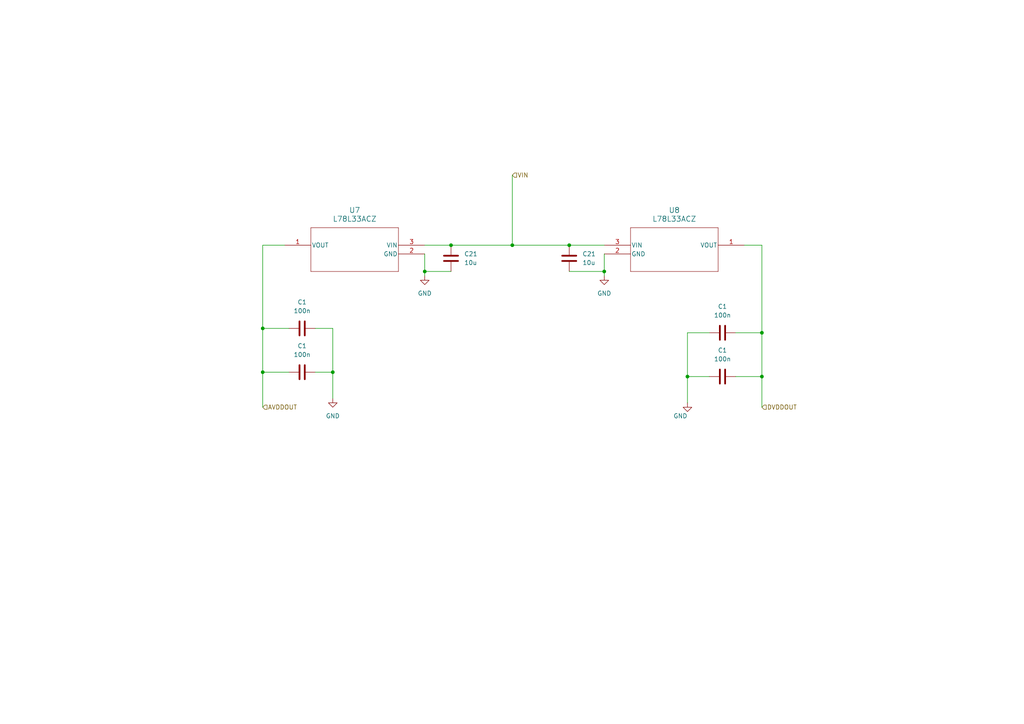
<source format=kicad_sch>
(kicad_sch (version 20230121) (generator eeschema)
  (paper "A4")
  (lib_symbols
    (symbol "Device:C" (pin_numbers hide) (pin_names (offset 0.254))
      (property "Reference" "C" (at 0.635 2.54 0))
      (property "Value" "C" (at 0.635 -2.54 0))
      (symbol "C_0_1"
        (polyline (pts (xy -2.032 -0.762) (xy 2.032 -0.762)) (stroke (width 0.508)))
        (polyline (pts (xy -2.032 0.762) (xy 2.032 0.762)) (stroke (width 0.508)))
      )
      (symbol "C_1_1"
        (pin passive line (at 0 3.81 270) (length 2.794) (name "~") (number "1"))
        (pin passive line (at 0 -3.81 90) (length 2.794) (name "~") (number "2"))
      )
    )
    (symbol "L78L33ACZ:L78L33ACZ" (pin_names (offset 0.254))
      (property "Reference" "U" (at 20.32 10.16 0))
      (property "Value" "L78L33ACZ" (at 20.32 7.62 0))
      (symbol "L78L33ACZ_1_1"
        (polyline (pts (xy 7.62 -7.62) (xy 33.02 -7.62)) (stroke (width 0.127)))
        (polyline (pts (xy 7.62 5.08) (xy 7.62 -7.62)) (stroke (width 0.127)))
        (polyline (pts (xy 33.02 -7.62) (xy 33.02 5.08)) (stroke (width 0.127)))
        (polyline (pts (xy 33.02 5.08) (xy 7.62 5.08)) (stroke (width 0.127)))
        (pin unspecified line (at 0 0 0) (length 7.62) (name "VOUT") (number "1"))
        (pin unspecified line (at 40.64 -2.54 180) (length 7.62) (name "GND") (number "2"))
        (pin unspecified line (at 40.64 0 180) (length 7.62) (name "VIN") (number "3"))
      )
    )
    (symbol "power:GND" (power) (pin_names (offset 0))
      (property "Value" "GND" (at 0 -3.81 0))
      (symbol "GND_0_1"
        (polyline (pts (xy 0 0) (xy 0 -1.27) (xy 1.27 -1.27) (xy 0 -2.54) (xy -1.27 -1.27) (xy 0 -1.27)))
      )
      (symbol "GND_1_1"
        (pin power_in line (at 0 0 270) (length 0) hide (name "GND") (number "1"))
      )
    )
  )
  (junction (at 148.59 71.12))
  (junction (at 165.1 71.12))
  (junction (at 123.19 78.74))
  (junction (at 96.52 107.95))
  (junction (at 220.98 109.22))
  (junction (at 130.81 71.12))
  (junction (at 175.26 78.74))
  (junction (at 76.2 95.25))
  (junction (at 76.2 107.95))
  (junction (at 220.98 96.52))
  (junction (at 199.39 109.22))
  (wire (pts (xy 175.26 80.01) (xy 175.26 78.74)))
  (wire (pts (xy 76.2 95.25) (xy 83.82 95.25)))
  (wire (pts (xy 76.2 71.12) (xy 76.2 95.25)))
  (wire (pts (xy 165.1 78.74) (xy 175.26 78.74)))
  (wire (pts (xy 76.2 95.25) (xy 76.2 107.95)))
  (wire (pts (xy 213.36 96.52) (xy 220.98 96.52)))
  (wire (pts (xy 220.98 96.52) (xy 220.98 109.22)))
  (wire (pts (xy 199.39 96.52) (xy 199.39 109.22)))
  (wire (pts (xy 91.44 95.25) (xy 96.52 95.25)))
  (wire (pts (xy 165.1 71.12) (xy 175.26 71.12)))
  (wire (pts (xy 82.55 71.12) (xy 76.2 71.12)))
  (wire (pts (xy 123.19 80.01) (xy 123.19 78.74)))
  (wire (pts (xy 148.59 71.12) (xy 165.1 71.12)))
  (wire (pts (xy 91.44 107.95) (xy 96.52 107.95)))
  (wire (pts (xy 220.98 71.12) (xy 220.98 96.52)))
  (wire (pts (xy 205.74 96.52) (xy 199.39 96.52)))
  (wire (pts (xy 123.19 78.74) (xy 123.19 73.66)))
  (wire (pts (xy 123.19 78.74) (xy 130.81 78.74)))
  (wire (pts (xy 76.2 107.95) (xy 76.2 118.11)))
  (wire (pts (xy 220.98 109.22) (xy 220.98 118.11)))
  (wire (pts (xy 199.39 109.22) (xy 199.39 116.84)))
  (wire (pts (xy 220.98 109.22) (xy 213.36 109.22)))
  (wire (pts (xy 148.59 50.8) (xy 148.59 71.12)))
  (wire (pts (xy 199.39 109.22) (xy 205.74 109.22)))
  (wire (pts (xy 215.9 71.12) (xy 220.98 71.12)))
  (wire (pts (xy 76.2 107.95) (xy 83.82 107.95)))
  (wire (pts (xy 130.81 71.12) (xy 148.59 71.12)))
  (wire (pts (xy 123.19 71.12) (xy 130.81 71.12)))
  (wire (pts (xy 175.26 78.74) (xy 175.26 73.66)))
  (wire (pts (xy 96.52 95.25) (xy 96.52 107.95)))
  (wire (pts (xy 96.52 107.95) (xy 96.52 115.57)))
  (hierarchical_label "AVDDOUT" (shape input) (at 76.2 118.11 0))
  (hierarchical_label "DVDDOUT" (shape input) (at 220.98 118.11 0))
  (hierarchical_label "VIN" (shape input) (at 148.59 50.8 0))
  (symbol (lib_id "Device:C") (at 87.63 95.25 90) (unit 1)
    (property "Reference" "C1" (at 87.63 87.63 90))
    (property "Value" "100n" (at 87.63 90.17 90))
    (property "Footprint" "Capacitor_SMD:C_1206_3216Metric" (effects hide))
    (property "DigiKey" "https://www.digikey.com/en/products/detail/murata-electronics/GRM3195C1H104JA05D/13531811" (effects hide))
    (instances (project "LEC" (path "" (reference "C1") (unit 1)) (path "" (reference "C10") (unit 1)) (path "" (reference "C2") (unit 1))))
  )
  (symbol (lib_id "power:GND") (at 123.19 80.01 0) (unit 1)
    (property "Reference" "#PWR042" (effects hide))
    (property "Value" "GND" (at 123.19 85.09 0))
  )
  (symbol (lib_id "power:GND") (at 175.26 80.01 0) (unit 1)
    (property "Reference" "#PWR041" (effects hide))
    (property "Value" "GND" (at 175.26 85.09 0))
  )
  (symbol (lib_id "L78L33ACZ:L78L33ACZ") (at 215.9 71.12 0) (mirror y) (unit 1)
    (property "Reference" "U8" (at 195.58 60.96 0) (effects (font (size 1.524 1.524))))
    (property "Value" "L78L33ACZ" (at 195.58 63.5 0) (effects (font (size 1.524 1.524))))
    (property "Footprint" "L78L33ACZ:TO-92-TR_STM" (effects hide))
    (property "Datasheet" "L78L33ACZ" (effects hide))
    (property "DigiKey" "https://www.digikey.com/en/products/detail/stmicroelectronics/L78L33ACZ/1038304" (effects hide))
  )
  (symbol (lib_id "Device:C") (at 209.55 96.52 90) (unit 1)
    (property "Reference" "C1" (at 209.55 88.9 90))
    (property "Value" "100n" (at 209.55 91.44 90))
    (property "Footprint" "Capacitor_SMD:C_1206_3216Metric" (effects hide))
    (property "DigiKey" "https://www.digikey.com/en/products/detail/murata-electronics/GRM3195C1H104JA05D/13531811" (effects hide))
    (instances (project "LEC" (path "" (reference "C1") (unit 1)) (path "" (reference "C10") (unit 1)) (path "" (reference "C15") (unit 1))))
  )
  (symbol (lib_id "Device:C") (at 130.81 74.93 0) (unit 1)
    (property "Reference" "C21" (at 134.62 73.66 0) (effects (justify left)))
    (property "Value" "10u" (at 134.62 76.2 0) (effects (justify left)))
    (property "Footprint" "Capacitor_SMD:C_0805_2012Metric" (effects hide))
    (property "Datasheet" "https://mm.digikey.com/Volume0/opasdata/d220001/medias/docus/5545/CL21A106KAYNNNE%20Spec.pdf" (effects hide))
    (property "DigiKey" "https://www.digikey.com/en/products/detail/samsung-electro-mechanics/CL21A106KAYNNNE/3888549" (effects hide))
    (instances (project "LEC" (path "" (reference "C21") (unit 1)) (path "" (reference "C12") (unit 1))))
  )
  (symbol (lib_id "Device:C") (at 209.55 109.22 90) (unit 1)
    (property "Reference" "C1" (at 209.55 101.6 90))
    (property "Value" "100n" (at 209.55 104.14 90))
    (property "Footprint" "Capacitor_SMD:C_1206_3216Metric" (effects hide))
    (property "DigiKey" "https://www.digikey.com/en/products/detail/murata-electronics/GRM3195C1H104JA05D/13531811" (effects hide))
    (instances (project "LEC" (path "" (reference "C1") (unit 1)) (path "" (reference "C10") (unit 1)) (path "" (reference "C17") (unit 1))))
  )
  (symbol (lib_id "L78L33ACZ:L78L33ACZ") (at 82.55 71.12 0) (unit 1)
    (property "Reference" "U7" (at 102.87 60.96 0) (effects (font (size 1.524 1.524))))
    (property "Value" "L78L33ACZ" (at 102.87 63.5 0) (effects (font (size 1.524 1.524))))
    (property "Footprint" "L78L33ACZ:TO-92-TR_STM" (effects hide))
    (property "Datasheet" "L78L33ACZ" (effects hide))
    (property "DigiKey" "https://www.digikey.com/en/products/detail/stmicroelectronics/L78L33ACZ/1038304" (effects hide))
  )
  (symbol (lib_id "Device:C") (at 87.63 107.95 90) (unit 1)
    (property "Reference" "C1" (at 87.63 100.33 90))
    (property "Value" "100n" (at 87.63 102.87 90))
    (property "Footprint" "Capacitor_SMD:C_1206_3216Metric" (effects hide))
    (property "DigiKey" "https://www.digikey.com/en/products/detail/murata-electronics/GRM3195C1H104JA05D/13531811" (effects hide))
    (instances (project "LEC" (path "" (reference "C1") (unit 1)) (path "" (reference "C10") (unit 1)) (path "" (reference "C16") (unit 1))))
  )
  (symbol (lib_id "Device:C") (at 165.1 74.93 0) (unit 1)
    (property "Reference" "C21" (at 168.91 73.66 0) (effects (justify left)))
    (property "Value" "10u" (at 168.91 76.2 0) (effects (justify left)))
    (property "Footprint" "Capacitor_SMD:C_0805_2012Metric" (effects hide))
    (property "Datasheet" "https://mm.digikey.com/Volume0/opasdata/d220001/medias/docus/5545/CL21A106KAYNNNE%20Spec.pdf" (effects hide))
    (property "DigiKey" "https://www.digikey.com/en/products/detail/samsung-electro-mechanics/CL21A106KAYNNNE/3888549" (effects hide))
    (instances (project "LEC" (path "" (reference "C21") (unit 1)) (path "" (reference "C13") (unit 1))))
  )
  (symbol (lib_id "power:GND") (at 96.52 115.57 0) (unit 1)
    (property "Reference" "#PWR058" (effects hide))
    (property "Value" "GND" (at 96.52 120.65 0))
  )
  (symbol (lib_id "power:GND") (at 199.39 116.84 0) (unit 1)
    (property "Reference" "#PWR025" (effects hide))
    (property "Value" "GND" (at 199.39 120.65 0) (effects (justify right)))
    (instances (project "LEC" (path "" (reference "#PWR025") (unit 1)) (path "" (reference "#PWR045") (unit 1))))
  )
)
</source>
